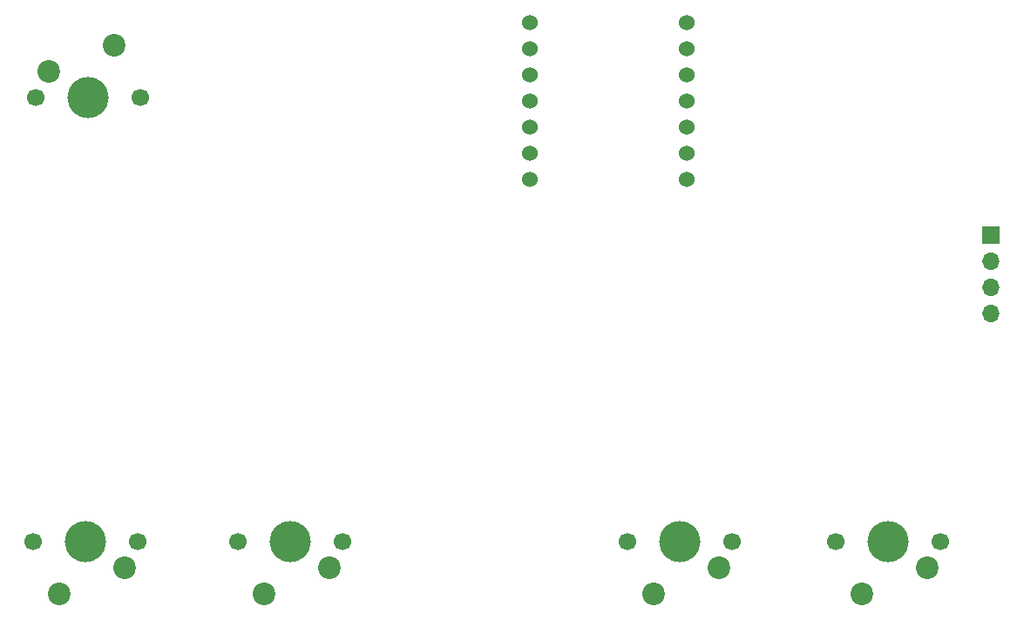
<source format=gbr>
%TF.GenerationSoftware,KiCad,Pcbnew,9.0.6*%
%TF.CreationDate,2025-12-12T19:01:35-05:00*%
%TF.ProjectId,Macropad,4d616372-6f70-4616-942e-6b696361645f,rev?*%
%TF.SameCoordinates,Original*%
%TF.FileFunction,Soldermask,Bot*%
%TF.FilePolarity,Negative*%
%FSLAX46Y46*%
G04 Gerber Fmt 4.6, Leading zero omitted, Abs format (unit mm)*
G04 Created by KiCad (PCBNEW 9.0.6) date 2025-12-12 19:01:35*
%MOMM*%
%LPD*%
G01*
G04 APERTURE LIST*
%ADD10C,1.700000*%
%ADD11C,4.000000*%
%ADD12C,2.200000*%
%ADD13R,1.700000X1.700000*%
%ADD14O,1.700000X1.700000*%
%ADD15C,1.524000*%
G04 APERTURE END LIST*
D10*
%TO.C,SW1*%
X97000000Y-123000000D03*
D11*
X91920000Y-123000000D03*
D10*
X86840000Y-123000000D03*
D12*
X89380000Y-128080000D03*
X95730000Y-125540000D03*
%TD*%
D10*
%TO.C,SW2*%
X116920000Y-123000000D03*
D11*
X111840000Y-123000000D03*
D10*
X106760000Y-123000000D03*
D12*
X109300000Y-128080000D03*
X115650000Y-125540000D03*
%TD*%
D13*
%TO.C,J1*%
X179900000Y-93200000D03*
D14*
X179900000Y-95740000D03*
X179900000Y-98280000D03*
X179900000Y-100820000D03*
%TD*%
D10*
%TO.C,SW3*%
X154700000Y-123000000D03*
D11*
X149620000Y-123000000D03*
D10*
X144540000Y-123000000D03*
D12*
X147080000Y-128080000D03*
X153430000Y-125540000D03*
%TD*%
D15*
%TO.C,U1*%
X135065000Y-72515000D03*
X135065000Y-75055000D03*
X135065000Y-77595000D03*
X135065000Y-80135000D03*
X135065000Y-82675000D03*
X135065000Y-85215000D03*
X135065000Y-87755000D03*
X150305000Y-87755000D03*
X150305000Y-85215000D03*
X150305000Y-82675000D03*
X150305000Y-80135000D03*
X150305000Y-77595000D03*
X150305000Y-75055000D03*
X150305000Y-72515000D03*
%TD*%
D10*
%TO.C,SW4*%
X175000000Y-123000000D03*
D11*
X169920000Y-123000000D03*
D10*
X164840000Y-123000000D03*
D12*
X167380000Y-128080000D03*
X173730000Y-125540000D03*
%TD*%
D10*
%TO.C,SW5*%
X87132500Y-79850000D03*
D11*
X92212500Y-79850000D03*
D10*
X97292500Y-79850000D03*
D12*
X94752500Y-74770000D03*
X88402500Y-77310000D03*
%TD*%
M02*

</source>
